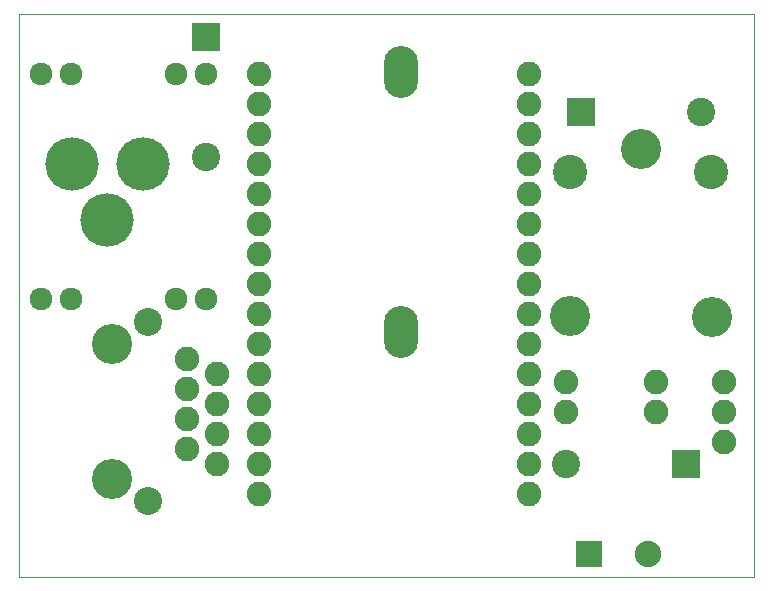
<source format=gbr>
%TF.GenerationSoftware,KiCad,Pcbnew,4.0.2+dfsg1-stable*%
%TF.CreationDate,2018-08-31T16:42:45+08:00*%
%TF.ProjectId,rfid board v2,7266696420626F6172642076322E6B69,rev?*%
%TF.FileFunction,Soldermask,Bot*%
%FSLAX46Y46*%
G04 Gerber Fmt 4.6, Leading zero omitted, Abs format (unit mm)*
G04 Created by KiCad (PCBNEW 4.0.2+dfsg1-stable) date Friday, 31 August, 2018 04:42:45 PM +08*
%MOMM*%
G01*
G04 APERTURE LIST*
%ADD10C,0.100000*%
%ADD11C,0.025400*%
%ADD12O,2.899360X4.400500*%
%ADD13C,2.082800*%
%ADD14C,2.385060*%
%ADD15C,3.401060*%
%ADD16C,2.900000*%
%ADD17C,3.400000*%
%ADD18C,2.398980*%
%ADD19R,2.398980X2.398980*%
%ADD20C,1.924000*%
%ADD21C,4.521200*%
%ADD22R,2.235200X2.235200*%
%ADD23C,2.235200*%
G04 APERTURE END LIST*
D10*
D11*
X22860000Y-62865000D02*
X22860000Y-15240000D01*
X85090000Y-62865000D02*
X85090000Y-15240000D01*
X22860000Y-15240000D02*
X85090000Y-15240000D01*
X85090000Y-62865000D02*
X22860000Y-62865000D01*
D12*
X55245000Y-20114260D03*
X55245000Y-42115740D03*
D13*
X37129720Y-44450000D03*
X39669720Y-45720000D03*
X37129720Y-46990000D03*
X39669720Y-48260000D03*
X37129720Y-49530000D03*
X39669720Y-50800000D03*
X37129720Y-52070000D03*
X39669720Y-53340000D03*
D14*
X33784540Y-41275000D03*
X33784540Y-56474360D03*
D15*
X30779720Y-43180000D03*
X30779720Y-54610000D03*
D16*
X69515000Y-28620000D03*
D17*
X69515000Y-40820000D03*
X81565000Y-40870000D03*
D16*
X81515000Y-28620000D03*
D17*
X75565000Y-26670000D03*
D18*
X38737540Y-27305000D03*
D19*
X38737540Y-17145000D03*
D20*
X38735000Y-20320000D03*
X36195000Y-20320000D03*
X27305000Y-20320000D03*
X24765000Y-20320000D03*
X24765000Y-39370000D03*
X27305000Y-39370000D03*
X36195000Y-39370000D03*
X38735000Y-39370000D03*
D13*
X82550000Y-51435000D03*
X82550000Y-48895000D03*
X82550000Y-46355000D03*
D18*
X69215000Y-53342540D03*
D19*
X79375000Y-53342540D03*
D13*
X43180000Y-20320000D03*
X43180000Y-22860000D03*
X43180000Y-25400000D03*
X43180000Y-27940000D03*
X43180000Y-30480000D03*
X43180000Y-33020000D03*
X43180000Y-35560000D03*
X43180000Y-38100000D03*
X43180000Y-40640000D03*
X43180000Y-43180000D03*
X43180000Y-45720000D03*
X43180000Y-48260000D03*
X43180000Y-50800000D03*
X43180000Y-53340000D03*
X43180000Y-55880000D03*
X66040000Y-20320000D03*
X66040000Y-22860000D03*
X66040000Y-25400000D03*
X66040000Y-27940000D03*
X66040000Y-30480000D03*
X66040000Y-33020000D03*
X66040000Y-35560000D03*
X66040000Y-38100000D03*
X66040000Y-40640000D03*
X66040000Y-43180000D03*
X66040000Y-45720000D03*
X66040000Y-48260000D03*
X66040000Y-50800000D03*
X66040000Y-53340000D03*
X66040000Y-55880000D03*
D21*
X27383740Y-27940000D03*
X30383480Y-32639000D03*
X33383220Y-27940000D03*
D13*
X69215000Y-48895000D03*
X76835000Y-48895000D03*
X76835000Y-46355000D03*
X69215000Y-46355000D03*
D22*
X71120000Y-60960000D03*
D23*
X76118720Y-60960000D03*
D18*
X80645000Y-23492460D03*
D19*
X70485000Y-23492460D03*
M02*

</source>
